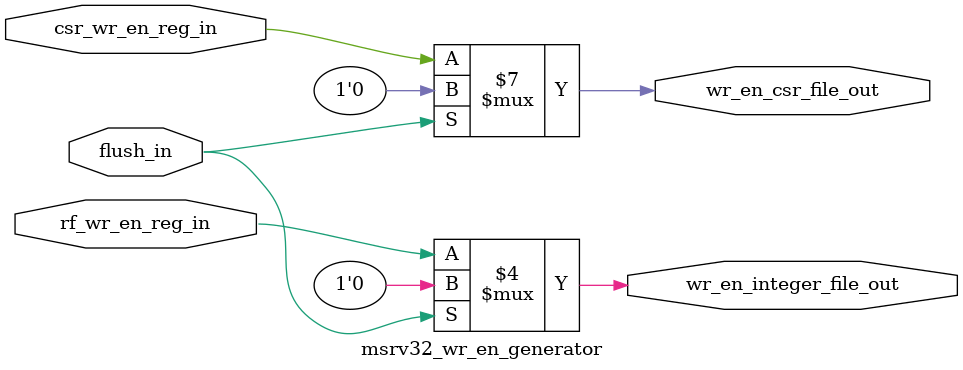
<source format=v>
module msrv32_wr_en_generator(flush_in , rf_wr_en_reg_in , csr_wr_en_reg_in , wr_en_integer_file_out , wr_en_csr_file_out);
input flush_in , rf_wr_en_reg_in , csr_wr_en_reg_in;
output reg wr_en_integer_file_out , wr_en_csr_file_out;

always @ (*)
begin
if(flush_in)
wr_en_csr_file_out = 0;
else
wr_en_csr_file_out = csr_wr_en_reg_in;
end

always @ (*)
begin
if(flush_in)
wr_en_integer_file_out = 0;
else
wr_en_integer_file_out = rf_wr_en_reg_in;
end
endmodule
</source>
